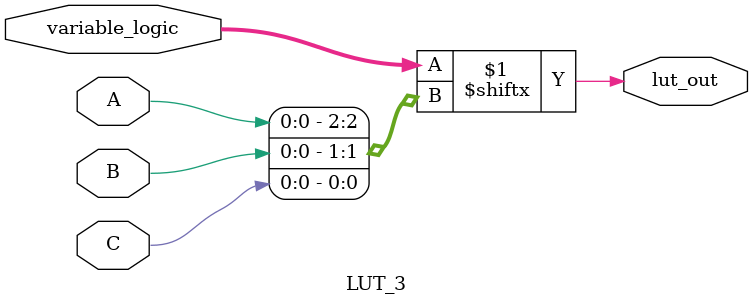
<source format=sv>

module CLB_3(variable_logic,A,B,C,clk,reset,select,clb_out);
  input [7:0] variable_logic ;
  input A,B,C,clk,reset,select;
  output clb_out;
  wire lut_out;
  wire q;
  LUT_3 lut1(variable_logic,A,B,C,lut_out);
  DFF dff1(lut_out,clk,reset,q);
  assign clb_out = select ? q : lut_out ;
endmodule



// D flip flop module with asynchronous reset 
module DFF(d,clk,reset,q);
  output reg q;
  input d,clk,reset;
  
  always@(posedge clk, posedge reset)
    begin
      if(reset) begin
          q=1'b0;
        end
      else begin
          q=d;
        end
    end
endmodule

// Code for look up table 
// to implement any possible boolean logic having 3 variables 
module LUT_3(variable_logic,A,B,C,lut_out);
  input [7:0] variable_logic;
  input A,B,C ;
  output lut_out ;
  
  assign lut_out = variable_logic[{A,B,C}];
endmodule
</source>
